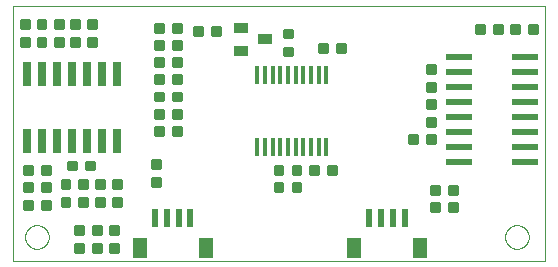
<source format=gtp>
G75*
%MOIN*%
%OFA0B0*%
%FSLAX25Y25*%
%IPPOS*%
%LPD*%
%AMOC8*
5,1,8,0,0,1.08239X$1,22.5*
%
%ADD10C,0.00000*%
%ADD11C,0.00875*%
%ADD12R,0.04500X0.03500*%
%ADD13R,0.01378X0.05906*%
%ADD14R,0.02362X0.06102*%
%ADD15R,0.04724X0.07087*%
%ADD16R,0.08661X0.02362*%
%ADD17R,0.02600X0.08000*%
D10*
X0014157Y0019933D02*
X0014157Y0104733D01*
X0191322Y0104733D01*
X0191322Y0019933D01*
X0014157Y0019933D01*
X0018094Y0027807D02*
X0018096Y0027932D01*
X0018102Y0028057D01*
X0018112Y0028181D01*
X0018126Y0028305D01*
X0018143Y0028429D01*
X0018165Y0028552D01*
X0018191Y0028674D01*
X0018220Y0028796D01*
X0018253Y0028916D01*
X0018291Y0029035D01*
X0018331Y0029154D01*
X0018376Y0029270D01*
X0018424Y0029385D01*
X0018476Y0029499D01*
X0018532Y0029611D01*
X0018591Y0029721D01*
X0018653Y0029829D01*
X0018719Y0029936D01*
X0018788Y0030040D01*
X0018861Y0030141D01*
X0018936Y0030241D01*
X0019015Y0030338D01*
X0019097Y0030432D01*
X0019182Y0030524D01*
X0019269Y0030613D01*
X0019360Y0030699D01*
X0019453Y0030782D01*
X0019549Y0030863D01*
X0019647Y0030940D01*
X0019747Y0031014D01*
X0019850Y0031085D01*
X0019955Y0031152D01*
X0020063Y0031217D01*
X0020172Y0031277D01*
X0020283Y0031335D01*
X0020396Y0031388D01*
X0020510Y0031438D01*
X0020626Y0031485D01*
X0020743Y0031527D01*
X0020862Y0031566D01*
X0020982Y0031602D01*
X0021103Y0031633D01*
X0021225Y0031661D01*
X0021347Y0031684D01*
X0021471Y0031704D01*
X0021595Y0031720D01*
X0021719Y0031732D01*
X0021844Y0031740D01*
X0021969Y0031744D01*
X0022093Y0031744D01*
X0022218Y0031740D01*
X0022343Y0031732D01*
X0022467Y0031720D01*
X0022591Y0031704D01*
X0022715Y0031684D01*
X0022837Y0031661D01*
X0022959Y0031633D01*
X0023080Y0031602D01*
X0023200Y0031566D01*
X0023319Y0031527D01*
X0023436Y0031485D01*
X0023552Y0031438D01*
X0023666Y0031388D01*
X0023779Y0031335D01*
X0023890Y0031277D01*
X0024000Y0031217D01*
X0024107Y0031152D01*
X0024212Y0031085D01*
X0024315Y0031014D01*
X0024415Y0030940D01*
X0024513Y0030863D01*
X0024609Y0030782D01*
X0024702Y0030699D01*
X0024793Y0030613D01*
X0024880Y0030524D01*
X0024965Y0030432D01*
X0025047Y0030338D01*
X0025126Y0030241D01*
X0025201Y0030141D01*
X0025274Y0030040D01*
X0025343Y0029936D01*
X0025409Y0029829D01*
X0025471Y0029721D01*
X0025530Y0029611D01*
X0025586Y0029499D01*
X0025638Y0029385D01*
X0025686Y0029270D01*
X0025731Y0029154D01*
X0025771Y0029035D01*
X0025809Y0028916D01*
X0025842Y0028796D01*
X0025871Y0028674D01*
X0025897Y0028552D01*
X0025919Y0028429D01*
X0025936Y0028305D01*
X0025950Y0028181D01*
X0025960Y0028057D01*
X0025966Y0027932D01*
X0025968Y0027807D01*
X0025966Y0027682D01*
X0025960Y0027557D01*
X0025950Y0027433D01*
X0025936Y0027309D01*
X0025919Y0027185D01*
X0025897Y0027062D01*
X0025871Y0026940D01*
X0025842Y0026818D01*
X0025809Y0026698D01*
X0025771Y0026579D01*
X0025731Y0026460D01*
X0025686Y0026344D01*
X0025638Y0026229D01*
X0025586Y0026115D01*
X0025530Y0026003D01*
X0025471Y0025893D01*
X0025409Y0025785D01*
X0025343Y0025678D01*
X0025274Y0025574D01*
X0025201Y0025473D01*
X0025126Y0025373D01*
X0025047Y0025276D01*
X0024965Y0025182D01*
X0024880Y0025090D01*
X0024793Y0025001D01*
X0024702Y0024915D01*
X0024609Y0024832D01*
X0024513Y0024751D01*
X0024415Y0024674D01*
X0024315Y0024600D01*
X0024212Y0024529D01*
X0024107Y0024462D01*
X0023999Y0024397D01*
X0023890Y0024337D01*
X0023779Y0024279D01*
X0023666Y0024226D01*
X0023552Y0024176D01*
X0023436Y0024129D01*
X0023319Y0024087D01*
X0023200Y0024048D01*
X0023080Y0024012D01*
X0022959Y0023981D01*
X0022837Y0023953D01*
X0022715Y0023930D01*
X0022591Y0023910D01*
X0022467Y0023894D01*
X0022343Y0023882D01*
X0022218Y0023874D01*
X0022093Y0023870D01*
X0021969Y0023870D01*
X0021844Y0023874D01*
X0021719Y0023882D01*
X0021595Y0023894D01*
X0021471Y0023910D01*
X0021347Y0023930D01*
X0021225Y0023953D01*
X0021103Y0023981D01*
X0020982Y0024012D01*
X0020862Y0024048D01*
X0020743Y0024087D01*
X0020626Y0024129D01*
X0020510Y0024176D01*
X0020396Y0024226D01*
X0020283Y0024279D01*
X0020172Y0024337D01*
X0020062Y0024397D01*
X0019955Y0024462D01*
X0019850Y0024529D01*
X0019747Y0024600D01*
X0019647Y0024674D01*
X0019549Y0024751D01*
X0019453Y0024832D01*
X0019360Y0024915D01*
X0019269Y0025001D01*
X0019182Y0025090D01*
X0019097Y0025182D01*
X0019015Y0025276D01*
X0018936Y0025373D01*
X0018861Y0025473D01*
X0018788Y0025574D01*
X0018719Y0025678D01*
X0018653Y0025785D01*
X0018591Y0025893D01*
X0018532Y0026003D01*
X0018476Y0026115D01*
X0018424Y0026229D01*
X0018376Y0026344D01*
X0018331Y0026460D01*
X0018291Y0026579D01*
X0018253Y0026698D01*
X0018220Y0026818D01*
X0018191Y0026940D01*
X0018165Y0027062D01*
X0018143Y0027185D01*
X0018126Y0027309D01*
X0018112Y0027433D01*
X0018102Y0027557D01*
X0018096Y0027682D01*
X0018094Y0027807D01*
X0178094Y0027807D02*
X0178096Y0027932D01*
X0178102Y0028057D01*
X0178112Y0028181D01*
X0178126Y0028305D01*
X0178143Y0028429D01*
X0178165Y0028552D01*
X0178191Y0028674D01*
X0178220Y0028796D01*
X0178253Y0028916D01*
X0178291Y0029035D01*
X0178331Y0029154D01*
X0178376Y0029270D01*
X0178424Y0029385D01*
X0178476Y0029499D01*
X0178532Y0029611D01*
X0178591Y0029721D01*
X0178653Y0029829D01*
X0178719Y0029936D01*
X0178788Y0030040D01*
X0178861Y0030141D01*
X0178936Y0030241D01*
X0179015Y0030338D01*
X0179097Y0030432D01*
X0179182Y0030524D01*
X0179269Y0030613D01*
X0179360Y0030699D01*
X0179453Y0030782D01*
X0179549Y0030863D01*
X0179647Y0030940D01*
X0179747Y0031014D01*
X0179850Y0031085D01*
X0179955Y0031152D01*
X0180063Y0031217D01*
X0180172Y0031277D01*
X0180283Y0031335D01*
X0180396Y0031388D01*
X0180510Y0031438D01*
X0180626Y0031485D01*
X0180743Y0031527D01*
X0180862Y0031566D01*
X0180982Y0031602D01*
X0181103Y0031633D01*
X0181225Y0031661D01*
X0181347Y0031684D01*
X0181471Y0031704D01*
X0181595Y0031720D01*
X0181719Y0031732D01*
X0181844Y0031740D01*
X0181969Y0031744D01*
X0182093Y0031744D01*
X0182218Y0031740D01*
X0182343Y0031732D01*
X0182467Y0031720D01*
X0182591Y0031704D01*
X0182715Y0031684D01*
X0182837Y0031661D01*
X0182959Y0031633D01*
X0183080Y0031602D01*
X0183200Y0031566D01*
X0183319Y0031527D01*
X0183436Y0031485D01*
X0183552Y0031438D01*
X0183666Y0031388D01*
X0183779Y0031335D01*
X0183890Y0031277D01*
X0184000Y0031217D01*
X0184107Y0031152D01*
X0184212Y0031085D01*
X0184315Y0031014D01*
X0184415Y0030940D01*
X0184513Y0030863D01*
X0184609Y0030782D01*
X0184702Y0030699D01*
X0184793Y0030613D01*
X0184880Y0030524D01*
X0184965Y0030432D01*
X0185047Y0030338D01*
X0185126Y0030241D01*
X0185201Y0030141D01*
X0185274Y0030040D01*
X0185343Y0029936D01*
X0185409Y0029829D01*
X0185471Y0029721D01*
X0185530Y0029611D01*
X0185586Y0029499D01*
X0185638Y0029385D01*
X0185686Y0029270D01*
X0185731Y0029154D01*
X0185771Y0029035D01*
X0185809Y0028916D01*
X0185842Y0028796D01*
X0185871Y0028674D01*
X0185897Y0028552D01*
X0185919Y0028429D01*
X0185936Y0028305D01*
X0185950Y0028181D01*
X0185960Y0028057D01*
X0185966Y0027932D01*
X0185968Y0027807D01*
X0185966Y0027682D01*
X0185960Y0027557D01*
X0185950Y0027433D01*
X0185936Y0027309D01*
X0185919Y0027185D01*
X0185897Y0027062D01*
X0185871Y0026940D01*
X0185842Y0026818D01*
X0185809Y0026698D01*
X0185771Y0026579D01*
X0185731Y0026460D01*
X0185686Y0026344D01*
X0185638Y0026229D01*
X0185586Y0026115D01*
X0185530Y0026003D01*
X0185471Y0025893D01*
X0185409Y0025785D01*
X0185343Y0025678D01*
X0185274Y0025574D01*
X0185201Y0025473D01*
X0185126Y0025373D01*
X0185047Y0025276D01*
X0184965Y0025182D01*
X0184880Y0025090D01*
X0184793Y0025001D01*
X0184702Y0024915D01*
X0184609Y0024832D01*
X0184513Y0024751D01*
X0184415Y0024674D01*
X0184315Y0024600D01*
X0184212Y0024529D01*
X0184107Y0024462D01*
X0183999Y0024397D01*
X0183890Y0024337D01*
X0183779Y0024279D01*
X0183666Y0024226D01*
X0183552Y0024176D01*
X0183436Y0024129D01*
X0183319Y0024087D01*
X0183200Y0024048D01*
X0183080Y0024012D01*
X0182959Y0023981D01*
X0182837Y0023953D01*
X0182715Y0023930D01*
X0182591Y0023910D01*
X0182467Y0023894D01*
X0182343Y0023882D01*
X0182218Y0023874D01*
X0182093Y0023870D01*
X0181969Y0023870D01*
X0181844Y0023874D01*
X0181719Y0023882D01*
X0181595Y0023894D01*
X0181471Y0023910D01*
X0181347Y0023930D01*
X0181225Y0023953D01*
X0181103Y0023981D01*
X0180982Y0024012D01*
X0180862Y0024048D01*
X0180743Y0024087D01*
X0180626Y0024129D01*
X0180510Y0024176D01*
X0180396Y0024226D01*
X0180283Y0024279D01*
X0180172Y0024337D01*
X0180062Y0024397D01*
X0179955Y0024462D01*
X0179850Y0024529D01*
X0179747Y0024600D01*
X0179647Y0024674D01*
X0179549Y0024751D01*
X0179453Y0024832D01*
X0179360Y0024915D01*
X0179269Y0025001D01*
X0179182Y0025090D01*
X0179097Y0025182D01*
X0179015Y0025276D01*
X0178936Y0025373D01*
X0178861Y0025473D01*
X0178788Y0025574D01*
X0178719Y0025678D01*
X0178653Y0025785D01*
X0178591Y0025893D01*
X0178532Y0026003D01*
X0178476Y0026115D01*
X0178424Y0026229D01*
X0178376Y0026344D01*
X0178331Y0026460D01*
X0178291Y0026579D01*
X0178253Y0026698D01*
X0178220Y0026818D01*
X0178191Y0026940D01*
X0178165Y0027062D01*
X0178143Y0027185D01*
X0178126Y0027309D01*
X0178112Y0027433D01*
X0178102Y0027557D01*
X0178096Y0027682D01*
X0178094Y0027807D01*
D11*
X0162182Y0036447D02*
X0159556Y0036447D01*
X0159556Y0039073D01*
X0162182Y0039073D01*
X0162182Y0036447D01*
X0162182Y0037278D02*
X0159556Y0037278D01*
X0159556Y0038109D02*
X0162182Y0038109D01*
X0162182Y0038940D02*
X0159556Y0038940D01*
X0156182Y0036447D02*
X0153556Y0036447D01*
X0153556Y0039073D01*
X0156182Y0039073D01*
X0156182Y0036447D01*
X0156182Y0037278D02*
X0153556Y0037278D01*
X0153556Y0038109D02*
X0156182Y0038109D01*
X0156182Y0038940D02*
X0153556Y0038940D01*
X0153556Y0042147D02*
X0156182Y0042147D01*
X0153556Y0042147D02*
X0153556Y0044773D01*
X0156182Y0044773D01*
X0156182Y0042147D01*
X0156182Y0042978D02*
X0153556Y0042978D01*
X0153556Y0043809D02*
X0156182Y0043809D01*
X0156182Y0044640D02*
X0153556Y0044640D01*
X0159556Y0042147D02*
X0162182Y0042147D01*
X0159556Y0042147D02*
X0159556Y0044773D01*
X0162182Y0044773D01*
X0162182Y0042147D01*
X0162182Y0042978D02*
X0159556Y0042978D01*
X0159556Y0043809D02*
X0162182Y0043809D01*
X0162182Y0044640D02*
X0159556Y0044640D01*
X0154662Y0059106D02*
X0152036Y0059106D01*
X0152036Y0061732D01*
X0154662Y0061732D01*
X0154662Y0059106D01*
X0154662Y0059937D02*
X0152036Y0059937D01*
X0152036Y0060768D02*
X0154662Y0060768D01*
X0154662Y0061599D02*
X0152036Y0061599D01*
X0148662Y0059106D02*
X0146036Y0059106D01*
X0146036Y0061732D01*
X0148662Y0061732D01*
X0148662Y0059106D01*
X0148662Y0059937D02*
X0146036Y0059937D01*
X0146036Y0060768D02*
X0148662Y0060768D01*
X0148662Y0061599D02*
X0146036Y0061599D01*
X0154614Y0064833D02*
X0154614Y0067459D01*
X0154614Y0064833D02*
X0151988Y0064833D01*
X0151988Y0067459D01*
X0154614Y0067459D01*
X0154614Y0065664D02*
X0151988Y0065664D01*
X0151988Y0066495D02*
X0154614Y0066495D01*
X0154614Y0067326D02*
X0151988Y0067326D01*
X0154614Y0070833D02*
X0154614Y0073459D01*
X0154614Y0070833D02*
X0151988Y0070833D01*
X0151988Y0073459D01*
X0154614Y0073459D01*
X0154614Y0071664D02*
X0151988Y0071664D01*
X0151988Y0072495D02*
X0154614Y0072495D01*
X0154614Y0073326D02*
X0151988Y0073326D01*
X0154614Y0076433D02*
X0154614Y0079059D01*
X0154614Y0076433D02*
X0151988Y0076433D01*
X0151988Y0079059D01*
X0154614Y0079059D01*
X0154614Y0077264D02*
X0151988Y0077264D01*
X0151988Y0078095D02*
X0154614Y0078095D01*
X0154614Y0078926D02*
X0151988Y0078926D01*
X0154614Y0082433D02*
X0154614Y0085059D01*
X0154614Y0082433D02*
X0151988Y0082433D01*
X0151988Y0085059D01*
X0154614Y0085059D01*
X0154614Y0083264D02*
X0151988Y0083264D01*
X0151988Y0084095D02*
X0154614Y0084095D01*
X0154614Y0084926D02*
X0151988Y0084926D01*
X0168524Y0098352D02*
X0171150Y0098352D01*
X0171150Y0095726D01*
X0168524Y0095726D01*
X0168524Y0098352D01*
X0168524Y0096557D02*
X0171150Y0096557D01*
X0171150Y0097388D02*
X0168524Y0097388D01*
X0168524Y0098219D02*
X0171150Y0098219D01*
X0174524Y0098352D02*
X0177150Y0098352D01*
X0177150Y0095726D01*
X0174524Y0095726D01*
X0174524Y0098352D01*
X0174524Y0096557D02*
X0177150Y0096557D01*
X0177150Y0097388D02*
X0174524Y0097388D01*
X0174524Y0098219D02*
X0177150Y0098219D01*
X0180163Y0098312D02*
X0182789Y0098312D01*
X0182789Y0095686D01*
X0180163Y0095686D01*
X0180163Y0098312D01*
X0180163Y0096517D02*
X0182789Y0096517D01*
X0182789Y0097348D02*
X0180163Y0097348D01*
X0180163Y0098179D02*
X0182789Y0098179D01*
X0186163Y0098312D02*
X0188789Y0098312D01*
X0188789Y0095686D01*
X0186163Y0095686D01*
X0186163Y0098312D01*
X0186163Y0096517D02*
X0188789Y0096517D01*
X0188789Y0097348D02*
X0186163Y0097348D01*
X0186163Y0098179D02*
X0188789Y0098179D01*
X0124693Y0089622D02*
X0122067Y0089622D01*
X0122067Y0092248D01*
X0124693Y0092248D01*
X0124693Y0089622D01*
X0124693Y0090453D02*
X0122067Y0090453D01*
X0122067Y0091284D02*
X0124693Y0091284D01*
X0124693Y0092115D02*
X0122067Y0092115D01*
X0118693Y0089622D02*
X0116067Y0089622D01*
X0116067Y0092248D01*
X0118693Y0092248D01*
X0118693Y0089622D01*
X0118693Y0090453D02*
X0116067Y0090453D01*
X0116067Y0091284D02*
X0118693Y0091284D01*
X0118693Y0092115D02*
X0116067Y0092115D01*
X0106970Y0090946D02*
X0106970Y0088320D01*
X0104344Y0088320D01*
X0104344Y0090946D01*
X0106970Y0090946D01*
X0106970Y0089151D02*
X0104344Y0089151D01*
X0104344Y0089982D02*
X0106970Y0089982D01*
X0106970Y0090813D02*
X0104344Y0090813D01*
X0106970Y0094320D02*
X0106970Y0096946D01*
X0106970Y0094320D02*
X0104344Y0094320D01*
X0104344Y0096946D01*
X0106970Y0096946D01*
X0106970Y0095151D02*
X0104344Y0095151D01*
X0104344Y0095982D02*
X0106970Y0095982D01*
X0106970Y0096813D02*
X0104344Y0096813D01*
X0082970Y0097846D02*
X0080344Y0097846D01*
X0082970Y0097846D02*
X0082970Y0095220D01*
X0080344Y0095220D01*
X0080344Y0097846D01*
X0080344Y0096051D02*
X0082970Y0096051D01*
X0082970Y0096882D02*
X0080344Y0096882D01*
X0080344Y0097713D02*
X0082970Y0097713D01*
X0076970Y0097846D02*
X0074344Y0097846D01*
X0076970Y0097846D02*
X0076970Y0095220D01*
X0074344Y0095220D01*
X0074344Y0097846D01*
X0074344Y0096051D02*
X0076970Y0096051D01*
X0076970Y0096882D02*
X0074344Y0096882D01*
X0074344Y0097713D02*
X0076970Y0097713D01*
X0070070Y0096120D02*
X0067444Y0096120D01*
X0067444Y0098746D01*
X0070070Y0098746D01*
X0070070Y0096120D01*
X0070070Y0096951D02*
X0067444Y0096951D01*
X0067444Y0097782D02*
X0070070Y0097782D01*
X0070070Y0098613D02*
X0067444Y0098613D01*
X0064070Y0096120D02*
X0061444Y0096120D01*
X0061444Y0098746D01*
X0064070Y0098746D01*
X0064070Y0096120D01*
X0064070Y0096951D02*
X0061444Y0096951D01*
X0061444Y0097782D02*
X0064070Y0097782D01*
X0064070Y0098613D02*
X0061444Y0098613D01*
X0061444Y0093046D02*
X0064070Y0093046D01*
X0064070Y0090420D01*
X0061444Y0090420D01*
X0061444Y0093046D01*
X0061444Y0091251D02*
X0064070Y0091251D01*
X0064070Y0092082D02*
X0061444Y0092082D01*
X0061444Y0092913D02*
X0064070Y0092913D01*
X0067444Y0093046D02*
X0070070Y0093046D01*
X0070070Y0090420D01*
X0067444Y0090420D01*
X0067444Y0093046D01*
X0067444Y0091251D02*
X0070070Y0091251D01*
X0070070Y0092082D02*
X0067444Y0092082D01*
X0067444Y0092913D02*
X0070070Y0092913D01*
X0070170Y0084720D02*
X0067544Y0084720D01*
X0067544Y0087346D01*
X0070170Y0087346D01*
X0070170Y0084720D01*
X0070170Y0085551D02*
X0067544Y0085551D01*
X0067544Y0086382D02*
X0070170Y0086382D01*
X0070170Y0087213D02*
X0067544Y0087213D01*
X0064170Y0084720D02*
X0061544Y0084720D01*
X0061544Y0087346D01*
X0064170Y0087346D01*
X0064170Y0084720D01*
X0064170Y0085551D02*
X0061544Y0085551D01*
X0061544Y0086382D02*
X0064170Y0086382D01*
X0064170Y0087213D02*
X0061544Y0087213D01*
X0061544Y0079020D02*
X0064170Y0079020D01*
X0061544Y0079020D02*
X0061544Y0081646D01*
X0064170Y0081646D01*
X0064170Y0079020D01*
X0064170Y0079851D02*
X0061544Y0079851D01*
X0061544Y0080682D02*
X0064170Y0080682D01*
X0064170Y0081513D02*
X0061544Y0081513D01*
X0067544Y0079020D02*
X0070170Y0079020D01*
X0067544Y0079020D02*
X0067544Y0081646D01*
X0070170Y0081646D01*
X0070170Y0079020D01*
X0070170Y0079851D02*
X0067544Y0079851D01*
X0067544Y0080682D02*
X0070170Y0080682D01*
X0070170Y0081513D02*
X0067544Y0081513D01*
X0067544Y0075946D02*
X0070170Y0075946D01*
X0070170Y0073320D01*
X0067544Y0073320D01*
X0067544Y0075946D01*
X0067544Y0074151D02*
X0070170Y0074151D01*
X0070170Y0074982D02*
X0067544Y0074982D01*
X0067544Y0075813D02*
X0070170Y0075813D01*
X0064170Y0075946D02*
X0061544Y0075946D01*
X0064170Y0075946D02*
X0064170Y0073320D01*
X0061544Y0073320D01*
X0061544Y0075946D01*
X0061544Y0074151D02*
X0064170Y0074151D01*
X0064170Y0074982D02*
X0061544Y0074982D01*
X0061544Y0075813D02*
X0064170Y0075813D01*
X0064170Y0067520D02*
X0061544Y0067520D01*
X0061544Y0070146D01*
X0064170Y0070146D01*
X0064170Y0067520D01*
X0064170Y0068351D02*
X0061544Y0068351D01*
X0061544Y0069182D02*
X0064170Y0069182D01*
X0064170Y0070013D02*
X0061544Y0070013D01*
X0067544Y0067520D02*
X0070170Y0067520D01*
X0067544Y0067520D02*
X0067544Y0070146D01*
X0070170Y0070146D01*
X0070170Y0067520D01*
X0070170Y0068351D02*
X0067544Y0068351D01*
X0067544Y0069182D02*
X0070170Y0069182D01*
X0070170Y0070013D02*
X0067544Y0070013D01*
X0067544Y0064446D02*
X0070170Y0064446D01*
X0070170Y0061820D01*
X0067544Y0061820D01*
X0067544Y0064446D01*
X0067544Y0062651D02*
X0070170Y0062651D01*
X0070170Y0063482D02*
X0067544Y0063482D01*
X0067544Y0064313D02*
X0070170Y0064313D01*
X0064170Y0064446D02*
X0061544Y0064446D01*
X0064170Y0064446D02*
X0064170Y0061820D01*
X0061544Y0061820D01*
X0061544Y0064446D01*
X0061544Y0062651D02*
X0064170Y0062651D01*
X0064170Y0063482D02*
X0061544Y0063482D01*
X0061544Y0064313D02*
X0064170Y0064313D01*
X0060344Y0053346D02*
X0060344Y0050720D01*
X0060344Y0053346D02*
X0062970Y0053346D01*
X0062970Y0050720D01*
X0060344Y0050720D01*
X0060344Y0051551D02*
X0062970Y0051551D01*
X0062970Y0052382D02*
X0060344Y0052382D01*
X0060344Y0053213D02*
X0062970Y0053213D01*
X0060344Y0047346D02*
X0060344Y0044720D01*
X0060344Y0047346D02*
X0062970Y0047346D01*
X0062970Y0044720D01*
X0060344Y0044720D01*
X0060344Y0045551D02*
X0062970Y0045551D01*
X0062970Y0046382D02*
X0060344Y0046382D01*
X0060344Y0047213D02*
X0062970Y0047213D01*
X0047344Y0046646D02*
X0047344Y0044020D01*
X0047344Y0046646D02*
X0049970Y0046646D01*
X0049970Y0044020D01*
X0047344Y0044020D01*
X0047344Y0044851D02*
X0049970Y0044851D01*
X0049970Y0045682D02*
X0047344Y0045682D01*
X0047344Y0046513D02*
X0049970Y0046513D01*
X0041744Y0046646D02*
X0041744Y0044020D01*
X0041744Y0046646D02*
X0044370Y0046646D01*
X0044370Y0044020D01*
X0041744Y0044020D01*
X0041744Y0044851D02*
X0044370Y0044851D01*
X0044370Y0045682D02*
X0041744Y0045682D01*
X0041744Y0046513D02*
X0044370Y0046513D01*
X0038670Y0046646D02*
X0038670Y0044020D01*
X0036044Y0044020D01*
X0036044Y0046646D01*
X0038670Y0046646D01*
X0038670Y0044851D02*
X0036044Y0044851D01*
X0036044Y0045682D02*
X0038670Y0045682D01*
X0038670Y0046513D02*
X0036044Y0046513D01*
X0030244Y0046646D02*
X0030244Y0044020D01*
X0030244Y0046646D02*
X0032870Y0046646D01*
X0032870Y0044020D01*
X0030244Y0044020D01*
X0030244Y0044851D02*
X0032870Y0044851D01*
X0032870Y0045682D02*
X0030244Y0045682D01*
X0030244Y0046513D02*
X0032870Y0046513D01*
X0032544Y0050320D02*
X0035170Y0050320D01*
X0032544Y0050320D02*
X0032544Y0052946D01*
X0035170Y0052946D01*
X0035170Y0050320D01*
X0035170Y0051151D02*
X0032544Y0051151D01*
X0032544Y0051982D02*
X0035170Y0051982D01*
X0035170Y0052813D02*
X0032544Y0052813D01*
X0038544Y0050320D02*
X0041170Y0050320D01*
X0038544Y0050320D02*
X0038544Y0052946D01*
X0041170Y0052946D01*
X0041170Y0050320D01*
X0041170Y0051151D02*
X0038544Y0051151D01*
X0038544Y0051982D02*
X0041170Y0051982D01*
X0041170Y0052813D02*
X0038544Y0052813D01*
X0026370Y0051446D02*
X0023744Y0051446D01*
X0026370Y0051446D02*
X0026370Y0048820D01*
X0023744Y0048820D01*
X0023744Y0051446D01*
X0023744Y0049651D02*
X0026370Y0049651D01*
X0026370Y0050482D02*
X0023744Y0050482D01*
X0023744Y0051313D02*
X0026370Y0051313D01*
X0020370Y0051446D02*
X0017744Y0051446D01*
X0020370Y0051446D02*
X0020370Y0048820D01*
X0017744Y0048820D01*
X0017744Y0051446D01*
X0017744Y0049651D02*
X0020370Y0049651D01*
X0020370Y0050482D02*
X0017744Y0050482D01*
X0017744Y0051313D02*
X0020370Y0051313D01*
X0020370Y0045646D02*
X0017744Y0045646D01*
X0020370Y0045646D02*
X0020370Y0043020D01*
X0017744Y0043020D01*
X0017744Y0045646D01*
X0017744Y0043851D02*
X0020370Y0043851D01*
X0020370Y0044682D02*
X0017744Y0044682D01*
X0017744Y0045513D02*
X0020370Y0045513D01*
X0023744Y0045646D02*
X0026370Y0045646D01*
X0026370Y0043020D01*
X0023744Y0043020D01*
X0023744Y0045646D01*
X0023744Y0043851D02*
X0026370Y0043851D01*
X0026370Y0044682D02*
X0023744Y0044682D01*
X0023744Y0045513D02*
X0026370Y0045513D01*
X0030244Y0040646D02*
X0030244Y0038020D01*
X0030244Y0040646D02*
X0032870Y0040646D01*
X0032870Y0038020D01*
X0030244Y0038020D01*
X0030244Y0038851D02*
X0032870Y0038851D01*
X0032870Y0039682D02*
X0030244Y0039682D01*
X0030244Y0040513D02*
X0032870Y0040513D01*
X0038670Y0040646D02*
X0038670Y0038020D01*
X0036044Y0038020D01*
X0036044Y0040646D01*
X0038670Y0040646D01*
X0038670Y0038851D02*
X0036044Y0038851D01*
X0036044Y0039682D02*
X0038670Y0039682D01*
X0038670Y0040513D02*
X0036044Y0040513D01*
X0041744Y0040646D02*
X0041744Y0038020D01*
X0041744Y0040646D02*
X0044370Y0040646D01*
X0044370Y0038020D01*
X0041744Y0038020D01*
X0041744Y0038851D02*
X0044370Y0038851D01*
X0044370Y0039682D02*
X0041744Y0039682D01*
X0041744Y0040513D02*
X0044370Y0040513D01*
X0047344Y0040646D02*
X0047344Y0038020D01*
X0047344Y0040646D02*
X0049970Y0040646D01*
X0049970Y0038020D01*
X0047344Y0038020D01*
X0047344Y0038851D02*
X0049970Y0038851D01*
X0049970Y0039682D02*
X0047344Y0039682D01*
X0047344Y0040513D02*
X0049970Y0040513D01*
X0046344Y0031546D02*
X0046344Y0028920D01*
X0046344Y0031546D02*
X0048970Y0031546D01*
X0048970Y0028920D01*
X0046344Y0028920D01*
X0046344Y0029751D02*
X0048970Y0029751D01*
X0048970Y0030582D02*
X0046344Y0030582D01*
X0046344Y0031413D02*
X0048970Y0031413D01*
X0040644Y0031446D02*
X0040644Y0028820D01*
X0040644Y0031446D02*
X0043270Y0031446D01*
X0043270Y0028820D01*
X0040644Y0028820D01*
X0040644Y0029651D02*
X0043270Y0029651D01*
X0043270Y0030482D02*
X0040644Y0030482D01*
X0040644Y0031313D02*
X0043270Y0031313D01*
X0037470Y0031446D02*
X0037470Y0028820D01*
X0034844Y0028820D01*
X0034844Y0031446D01*
X0037470Y0031446D01*
X0037470Y0029651D02*
X0034844Y0029651D01*
X0034844Y0030482D02*
X0037470Y0030482D01*
X0037470Y0031313D02*
X0034844Y0031313D01*
X0037470Y0025446D02*
X0037470Y0022820D01*
X0034844Y0022820D01*
X0034844Y0025446D01*
X0037470Y0025446D01*
X0037470Y0023651D02*
X0034844Y0023651D01*
X0034844Y0024482D02*
X0037470Y0024482D01*
X0037470Y0025313D02*
X0034844Y0025313D01*
X0040644Y0025446D02*
X0040644Y0022820D01*
X0040644Y0025446D02*
X0043270Y0025446D01*
X0043270Y0022820D01*
X0040644Y0022820D01*
X0040644Y0023651D02*
X0043270Y0023651D01*
X0043270Y0024482D02*
X0040644Y0024482D01*
X0040644Y0025313D02*
X0043270Y0025313D01*
X0046344Y0025546D02*
X0046344Y0022920D01*
X0046344Y0025546D02*
X0048970Y0025546D01*
X0048970Y0022920D01*
X0046344Y0022920D01*
X0046344Y0023751D02*
X0048970Y0023751D01*
X0048970Y0024582D02*
X0046344Y0024582D01*
X0046344Y0025413D02*
X0048970Y0025413D01*
X0026370Y0039846D02*
X0023744Y0039846D01*
X0026370Y0039846D02*
X0026370Y0037220D01*
X0023744Y0037220D01*
X0023744Y0039846D01*
X0023744Y0038051D02*
X0026370Y0038051D01*
X0026370Y0038882D02*
X0023744Y0038882D01*
X0023744Y0039713D02*
X0026370Y0039713D01*
X0020370Y0039846D02*
X0017744Y0039846D01*
X0020370Y0039846D02*
X0020370Y0037220D01*
X0017744Y0037220D01*
X0017744Y0039846D01*
X0017744Y0038051D02*
X0020370Y0038051D01*
X0020370Y0038882D02*
X0017744Y0038882D01*
X0017744Y0039713D02*
X0020370Y0039713D01*
X0101244Y0045746D02*
X0103870Y0045746D01*
X0103870Y0043120D01*
X0101244Y0043120D01*
X0101244Y0045746D01*
X0101244Y0043951D02*
X0103870Y0043951D01*
X0103870Y0044782D02*
X0101244Y0044782D01*
X0101244Y0045613D02*
X0103870Y0045613D01*
X0107244Y0045746D02*
X0109870Y0045746D01*
X0109870Y0043120D01*
X0107244Y0043120D01*
X0107244Y0045746D01*
X0107244Y0043951D02*
X0109870Y0043951D01*
X0109870Y0044782D02*
X0107244Y0044782D01*
X0107244Y0045613D02*
X0109870Y0045613D01*
X0109870Y0048720D02*
X0107244Y0048720D01*
X0107244Y0051346D01*
X0109870Y0051346D01*
X0109870Y0048720D01*
X0109870Y0049551D02*
X0107244Y0049551D01*
X0107244Y0050382D02*
X0109870Y0050382D01*
X0109870Y0051213D02*
X0107244Y0051213D01*
X0103870Y0048720D02*
X0101244Y0048720D01*
X0101244Y0051346D01*
X0103870Y0051346D01*
X0103870Y0048720D01*
X0103870Y0049551D02*
X0101244Y0049551D01*
X0101244Y0050382D02*
X0103870Y0050382D01*
X0103870Y0051213D02*
X0101244Y0051213D01*
X0112944Y0048720D02*
X0115570Y0048720D01*
X0112944Y0048720D02*
X0112944Y0051346D01*
X0115570Y0051346D01*
X0115570Y0048720D01*
X0115570Y0049551D02*
X0112944Y0049551D01*
X0112944Y0050382D02*
X0115570Y0050382D01*
X0115570Y0051213D02*
X0112944Y0051213D01*
X0118944Y0048720D02*
X0121570Y0048720D01*
X0118944Y0048720D02*
X0118944Y0051346D01*
X0121570Y0051346D01*
X0121570Y0048720D01*
X0121570Y0049551D02*
X0118944Y0049551D01*
X0118944Y0050382D02*
X0121570Y0050382D01*
X0121570Y0051213D02*
X0118944Y0051213D01*
X0039144Y0091420D02*
X0039144Y0094046D01*
X0041770Y0094046D01*
X0041770Y0091420D01*
X0039144Y0091420D01*
X0039144Y0092251D02*
X0041770Y0092251D01*
X0041770Y0093082D02*
X0039144Y0093082D01*
X0039144Y0093913D02*
X0041770Y0093913D01*
X0033544Y0094046D02*
X0033544Y0091420D01*
X0033544Y0094046D02*
X0036170Y0094046D01*
X0036170Y0091420D01*
X0033544Y0091420D01*
X0033544Y0092251D02*
X0036170Y0092251D01*
X0036170Y0093082D02*
X0033544Y0093082D01*
X0033544Y0093913D02*
X0036170Y0093913D01*
X0027944Y0094046D02*
X0027944Y0091420D01*
X0027944Y0094046D02*
X0030570Y0094046D01*
X0030570Y0091420D01*
X0027944Y0091420D01*
X0027944Y0092251D02*
X0030570Y0092251D01*
X0030570Y0093082D02*
X0027944Y0093082D01*
X0027944Y0093913D02*
X0030570Y0093913D01*
X0027944Y0097420D02*
X0027944Y0100046D01*
X0030570Y0100046D01*
X0030570Y0097420D01*
X0027944Y0097420D01*
X0027944Y0098251D02*
X0030570Y0098251D01*
X0030570Y0099082D02*
X0027944Y0099082D01*
X0027944Y0099913D02*
X0030570Y0099913D01*
X0033544Y0100046D02*
X0033544Y0097420D01*
X0033544Y0100046D02*
X0036170Y0100046D01*
X0036170Y0097420D01*
X0033544Y0097420D01*
X0033544Y0098251D02*
X0036170Y0098251D01*
X0036170Y0099082D02*
X0033544Y0099082D01*
X0033544Y0099913D02*
X0036170Y0099913D01*
X0039144Y0100046D02*
X0039144Y0097420D01*
X0039144Y0100046D02*
X0041770Y0100046D01*
X0041770Y0097420D01*
X0039144Y0097420D01*
X0039144Y0098251D02*
X0041770Y0098251D01*
X0041770Y0099082D02*
X0039144Y0099082D01*
X0039144Y0099913D02*
X0041770Y0099913D01*
X0024870Y0100046D02*
X0024870Y0097420D01*
X0022244Y0097420D01*
X0022244Y0100046D01*
X0024870Y0100046D01*
X0024870Y0098251D02*
X0022244Y0098251D01*
X0022244Y0099082D02*
X0024870Y0099082D01*
X0024870Y0099913D02*
X0022244Y0099913D01*
X0016644Y0100046D02*
X0016644Y0097420D01*
X0016644Y0100046D02*
X0019270Y0100046D01*
X0019270Y0097420D01*
X0016644Y0097420D01*
X0016644Y0098251D02*
X0019270Y0098251D01*
X0019270Y0099082D02*
X0016644Y0099082D01*
X0016644Y0099913D02*
X0019270Y0099913D01*
X0016644Y0094046D02*
X0016644Y0091420D01*
X0016644Y0094046D02*
X0019270Y0094046D01*
X0019270Y0091420D01*
X0016644Y0091420D01*
X0016644Y0092251D02*
X0019270Y0092251D01*
X0019270Y0093082D02*
X0016644Y0093082D01*
X0016644Y0093913D02*
X0019270Y0093913D01*
X0024870Y0094046D02*
X0024870Y0091420D01*
X0022244Y0091420D01*
X0022244Y0094046D01*
X0024870Y0094046D01*
X0024870Y0092251D02*
X0022244Y0092251D01*
X0022244Y0093082D02*
X0024870Y0093082D01*
X0024870Y0093913D02*
X0022244Y0093913D01*
D12*
X0089906Y0097431D03*
X0097906Y0093691D03*
X0089906Y0089950D03*
D13*
X0095497Y0081896D03*
X0098056Y0081896D03*
X0100615Y0081896D03*
X0103174Y0081896D03*
X0105733Y0081896D03*
X0108292Y0081896D03*
X0110792Y0081896D03*
X0113351Y0081896D03*
X0115910Y0081896D03*
X0118469Y0081896D03*
X0118528Y0057762D03*
X0115969Y0057762D03*
X0113410Y0057762D03*
X0110851Y0057762D03*
X0108292Y0057762D03*
X0105733Y0057762D03*
X0103174Y0057762D03*
X0100615Y0057762D03*
X0098056Y0057762D03*
X0095497Y0057762D03*
D14*
X0073175Y0034218D03*
X0069238Y0034218D03*
X0065301Y0034218D03*
X0061364Y0034218D03*
X0132772Y0034218D03*
X0136709Y0034218D03*
X0140646Y0034218D03*
X0144583Y0034218D03*
D15*
X0149702Y0024277D03*
X0127654Y0024277D03*
X0078293Y0024277D03*
X0056246Y0024277D03*
D16*
X0162813Y0052809D03*
X0162813Y0057809D03*
X0162813Y0062809D03*
X0162813Y0067809D03*
X0162813Y0072809D03*
X0162813Y0077809D03*
X0162813Y0082809D03*
X0162813Y0087809D03*
X0184860Y0087809D03*
X0184860Y0082809D03*
X0184860Y0077809D03*
X0184860Y0072809D03*
X0184860Y0067809D03*
X0184860Y0062809D03*
X0184860Y0057809D03*
X0184860Y0052809D03*
D17*
X0048857Y0059933D03*
X0043857Y0059933D03*
X0038857Y0059933D03*
X0033857Y0059933D03*
X0028857Y0059933D03*
X0023857Y0059933D03*
X0018857Y0059933D03*
X0018857Y0082283D03*
X0023857Y0082283D03*
X0028857Y0082283D03*
X0033857Y0082283D03*
X0038857Y0082283D03*
X0043857Y0082283D03*
X0048857Y0082283D03*
M02*

</source>
